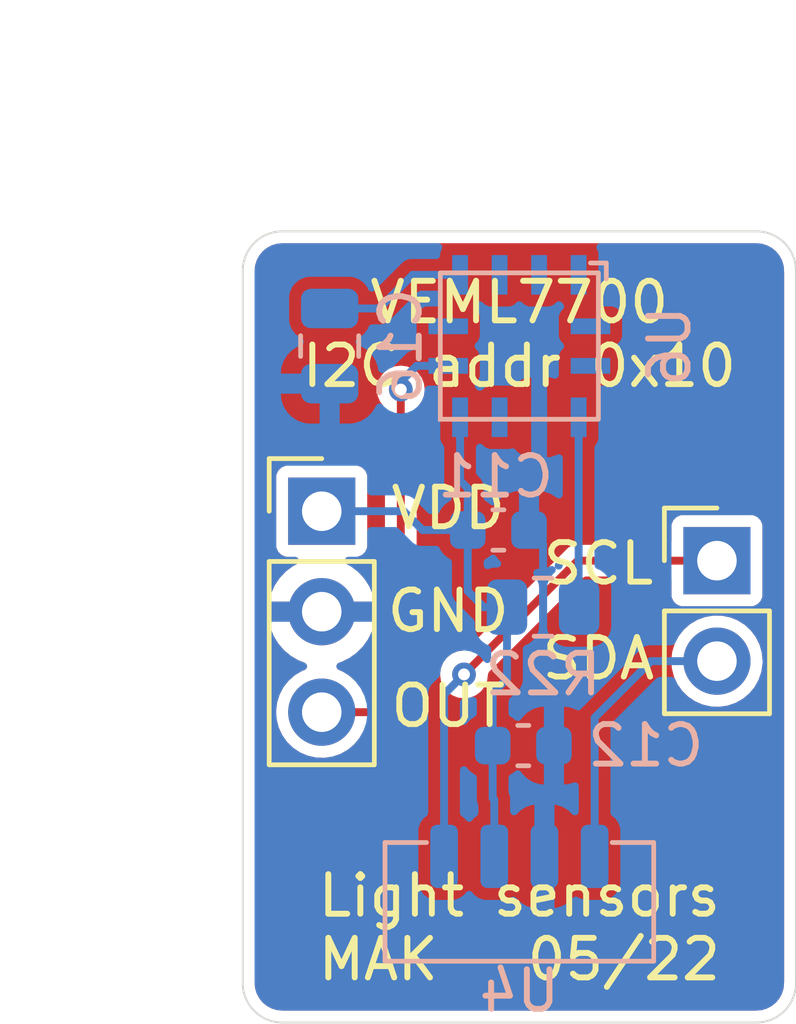
<source format=kicad_pcb>
(kicad_pcb (version 20211014) (generator pcbnew)
  (layers (0 "F.Cu" signal) (31 "B.Cu" signal) (34 "B.Paste" user) (35 "F.Paste" user) (36 "B.SilkS" user "B.Silkscreen") (37 "F.SilkS" user "F.Silkscreen") (38 "B.Mask" user) (39 "F.Mask" user) (44 "Edge.Cuts" user))
  (net 0 "")
  (footprint "kikit:Board" (layer "F.Cu") (at 134.8 82.8)
    (fp_text reference "B1")
    (fp_text value "Board")
  )
  (footprint "Connector_PinHeader_2.54mm:PinHeader_1x03_P2.54mm_Vertical" (layer "F.Cu") (at 133.4 89.875)
    (fp_text reference "J1" hide)
    (fp_text value "PWR_LIGHT")
    (fp_line (start -1.33 6.41) (end 1.33 6.41) (layer "F.SilkS") (width 0.12))
    (fp_line (start -1.33 0) (end -1.33 -1.33) (layer "F.SilkS") (width 0.12))
    (fp_line (start 1.33 1.27) (end 1.33 6.41) (layer "F.SilkS") (width 0.12))
    (fp_line (start -1.33 -1.33) (end 0 -1.33) (layer "F.SilkS") (width 0.12))
    (fp_line (start -1.33 1.27) (end 1.33 1.27) (layer "F.SilkS") (width 0.12))
    (fp_line (start -1.33 1.27) (end -1.33 6.41) (layer "F.SilkS") (width 0.12))
    (pad "1" thru_hole rect (at 0 0) (size 1.7 1.7) (drill 1) (layers *.Cu *.Mask))
    (pad "2" thru_hole oval (at 0 2.54) (size 1.7 1.7) (drill 1) (layers *.Cu *.Mask))
    (pad "3" thru_hole oval (at 0 5.08) (size 1.7 1.7) (drill 1) (layers *.Cu *.Mask))
  )
  (footprint "Connector_PinHeader_2.54mm:PinHeader_1x02_P2.54mm_Vertical" (layer "F.Cu") (at 143.4 91.125)
    (fp_text reference "J2" hide)
    (fp_text value "I2C")
    (fp_line (start 1.33 1.27) (end 1.33 3.87) (layer "F.SilkS") (width 0.12))
    (fp_line (start -1.33 1.27) (end 1.33 1.27) (layer "F.SilkS") (width 0.12))
    (fp_line (start -1.33 3.87) (end 1.33 3.87) (layer "F.SilkS") (width 0.12))
    (fp_line (start -1.33 0) (end -1.33 -1.33) (layer "F.SilkS") (width 0.12))
    (fp_line (start -1.33 -1.33) (end 0 -1.33) (layer "F.SilkS") (width 0.12))
    (fp_line (start -1.33 1.27) (end -1.33 3.87) (layer "F.SilkS") (width 0.12))
    (pad "1" thru_hole rect (at 0 0) (size 1.7 1.7) (drill 1) (layers *.Cu *.Mask))
    (pad "2" thru_hole oval (at 0 2.54) (size 1.7 1.7) (drill 1) (layers *.Cu *.Mask))
  )
  (footprint "Capacitor_SMD:C_0603_1608Metric" (layer "B.Cu") (at 138.5 95.8)
    (fp_text reference "C12" (at 3.1 0) (layer "B.SilkS") (effects (justify mirror)))
    (fp_text value "100n")
    (fp_line (start -0.14058 0.51) (end 0.14058 0.51) (layer "B.SilkS") (width 0.12))
    (fp_line (start -0.14058 -0.51) (end 0.14058 -0.51) (layer "B.SilkS") (width 0.12))
    (pad "1" smd roundrect (at -0.775 0) (size 0.9 0.95) (layers "B.Cu" "B.Paste" "B.Mask"))
    (pad "2" smd roundrect (at 0.775 0) (size 0.9 0.95) (layers "B.Cu" "B.Paste" "B.Mask"))
  )
  (footprint "mainBoard:ML8511" (layer "B.Cu") (at 138.4 85.7)
    (fp_text reference "U6" (at 3.8 0 90 unlocked) (layer "B.SilkS") (effects (justify mirror)))
    (fp_text value "ML8511")
    (fp_line (start 2.2 -2.1) (end 2.2 -1.7) (layer "B.SilkS") (width 0.12))
    (fp_line (start 1.8 -2.1) (end 2.2 -2.1) (layer "B.SilkS") (width 0.12))
    (fp_rect (start -2 1.85) (end 2 -1.85) (layer "B.SilkS") (width 0.12) (fill none))
    (pad "1" smd rect (at 1.5 -1.5) (size 0.4 1) (drill (offset 0 -0.3)) (layers "B.Cu" "B.Paste" "B.Mask"))
    (pad "2" smd rect (at 1.5 -0.5) (size 1 0.4) (drill (offset 0.3 0)) (layers "B.Cu" "B.Paste" "B.Mask"))
    (pad "3" smd rect (at 1.5 0.5) (size 1 0.4) (drill (offset 0.3 0)) (layers "B.Cu" "B.Paste" "B.Mask"))
    (pad "4" smd rect (at 1.5 1.5) (size 0.4 1) (drill (offset 0 0.3)) (layers "B.Cu" "B.Paste" "B.Mask"))
    (pad "5" smd rect (at 0.5 1.5) (size 0.4 1) (drill (offset 0 0.3)) (layers "B.Cu" "B.Paste" "B.Mask"))
    (pad "6" smd rect (at -0.5 1.5) (size 0.4 1) (drill (offset 0 0.3)) (layers "B.Cu" "B.Paste" "B.Mask"))
    (pad "7" smd rect (at -1.5 1.5) (size 0.4 1) (drill (offset 0 0.3)) (layers "B.Cu" "B.Paste" "B.Mask"))
    (pad "8" smd rect (at -1.5 0.5) (size 1 0.4) (drill (offset -0.3 0)) (layers "B.Cu" "B.Paste" "B.Mask"))
    (pad "9" smd rect (at -1.5 -0.5) (size 1 0.4) (drill (offset -0.3 0)) (layers "B.Cu" "B.Paste" "B.Mask"))
    (pad "10" smd rect (at -1.5 -1.5) (size 0.4 1) (drill (offset 0 -0.3)) (layers "B.Cu" "B.Paste" "B.Mask"))
    (pad "11" smd rect (at -0.5 -1.5) (size 0.4 1) (drill (offset 0 -0.3)) (layers "B.Cu" "B.Paste" "B.Mask"))
    (pad "12" smd rect (at 0.5 -1.5) (size 0.4 1) (drill (offset 0 -0.3)) (layers "B.Cu" "B.Paste" "B.Mask"))
  )
  (footprint "mainBoard:VEML7700" (layer "B.Cu") (at 138.4 100.2)
    (fp_text reference "U4" (at 0 1.8 unlocked) (layer "B.SilkS") (effects (justify mirror)))
    (fp_text value "VEML7700")
    (fp_line (start 3.4 1.05) (end 3.4 -1.95) (layer "B.SilkS") (width 0.12))
    (fp_line (start -2.35 -1.95) (end -3.4 -1.95) (layer "B.SilkS") (width 0.12))
    (fp_line (start -3.4 -1.95) (end -3.4 1.05) (layer "B.SilkS") (width 0.12))
    (fp_line (start 3.4 -1.95) (end 2.35 -1.95) (layer "B.SilkS") (width 0.12))
    (fp_line (start -3.4 1.05) (end 3.4 1.05) (layer "B.SilkS") (width 0.12))
    (pad "1" smd roundrect (at -1.905 -1.6) (size 0.7 1.6) (layers "B.Cu" "B.Paste" "B.Mask"))
    (pad "2" smd roundrect (at -0.635 -1.6) (size 0.7 1.6) (layers "B.Cu" "B.Paste" "B.Mask"))
    (pad "3" smd roundrect (at 0.635 -1.6) (size 0.7 1.6) (layers "B.Cu" "B.Paste" "B.Mask"))
    (pad "4" smd roundrect (at 1.905 -1.6) (size 0.7 1.6) (layers "B.Cu" "B.Paste" "B.Mask"))
  )
  (footprint "Resistor_SMD:R_0805_2012Metric" (layer "B.Cu") (at 139 92.3)
    (fp_text reference "R22" (at 0 1.7) (layer "B.SilkS") (effects (justify mirror)))
    (fp_text value "100k")
    (fp_line (start -0.227064 0.735) (end 0.227064 0.735) (layer "B.SilkS") (width 0.12))
    (fp_line (start -0.227064 -0.735) (end 0.227064 -0.735) (layer "B.SilkS") (width 0.12))
    (pad "1" smd roundrect (at -0.9125 0) (size 1.025 1.4) (layers "B.Cu" "B.Paste" "B.Mask") (roundrect_rratio 0.243902))
    (pad "2" smd roundrect (at 0.9125 0) (size 1.025 1.4) (layers "B.Cu" "B.Paste" "B.Mask") (roundrect_rratio 0.243902))
  )
  (footprint "Capacitor_SMD:C_0805_2012Metric" (layer "B.Cu") (at 133.6 85.7 -90)
    (fp_text reference "C16" (at 0 -1.8 90) (layer "B.SilkS") (effects (justify mirror)))
    (fp_text value "1n")
    (fp_line (start -0.261252 0.735) (end 0.261252 0.735) (layer "B.SilkS") (width 0.12))
    (fp_line (start -0.261252 -0.735) (end 0.261252 -0.735) (layer "B.SilkS") (width 0.12))
    (pad "1" smd roundrect (at -0.95 0 270) (size 1 1.45) (layers "B.Cu" "B.Paste" "B.Mask"))
    (pad "2" smd roundrect (at 0.95 0 270) (size 1 1.45) (layers "B.Cu" "B.Paste" "B.Mask"))
  )
  (footprint "Capacitor_SMD:C_0603_1608Metric" (layer "B.Cu") (at 137.869404 90.35)
    (fp_text reference "C11" (at -0.069404 -1.35) (layer "B.SilkS") (effects (justify mirror)))
    (fp_text value "100n")
    (fp_line (start -0.14058 0.51) (end 0.14058 0.51) (layer "B.SilkS") (width 0.12))
    (fp_line (start -0.14058 -0.51) (end 0.14058 -0.51) (layer "B.SilkS") (width 0.12))
    (pad "1" smd roundrect (at -0.775 0) (size 0.9 0.95) (layers "B.Cu" "B.Paste" "B.Mask"))
    (pad "2" smd roundrect (at 0.775 0) (size 0.9 0.95) (layers "B.Cu" "B.Paste" "B.Mask"))
  )
  (gr_line (start 145.4 101.8) (end 145.4 83.8) (layer "Edge.Cuts") (width 0.05))
  (gr_arc (start 144.4 82.8) (mid 145.107107 83.092893) (end 145.4 83.8) (layer "Edge.Cuts") (width 0.05))
  (gr_line (start 144.4 82.8) (end 132.4 82.8) (layer "Edge.Cuts") (width 0.05))
  (gr_line (start 132.4 102.8) (end 144.4 102.8) (layer "Edge.Cuts") (width 0.05))
  (gr_arc (start 131.4 83.8) (mid 131.692893 83.092893) (end 132.4 82.8) (layer "Edge.Cuts") (width 0.05))
  (gr_line (start 131.4 83.8) (end 131.4 101.8) (layer "Edge.Cuts") (width 0.05))
  (gr_arc (start 145.4 101.8) (mid 145.107107 102.507107) (end 144.4 102.8) (layer "Edge.Cuts") (width 0.05))
  (gr_arc (start 132.4 102.8) (mid 131.692893 102.507107) (end 131.4 101.8) (layer "Edge.Cuts") (width 0.05))
  (gr_text "OUT" (at 136.6 94.8) (layer "F.SilkS") (effects (font (size 1 1))))
  (gr_text "SCL" (at 140.4 91.2) (layer "F.SilkS") (effects (font (size 1 1))))
  (gr_text "GND" (at 136.6 92.4) (layer "F.SilkS") (effects (font (size 1 1))))
  (gr_text "VEML7700\nI2C addr 0x10" (at 138.4 85.4) (layer "F.SilkS") (effects (font (size 1 1))))
  (gr_text "Light sensors\nMAK   05/22" (at 138.4 100.4) (layer "F.SilkS") (effects (font (size 1 1))))
  (gr_text "SDA" (at 140.4 93.6) (layer "F.SilkS") (effects (font (size 1 1))))
  (gr_text "VDD" (at 136.6 89.8) (layer "F.SilkS") (effects (font (size 1 1))))
  (segment (start 135 94.8) (end 135.4 94.4) (width 0.2) (layer "F.Cu") (net 0))
  (segment (start 133.4 94.955) (end 134.845 94.955) (width 0.2) (layer "F.Cu") (net 0))
  (segment (start 135.4 94.4) (end 135.4 86.8) (width 0.2) (layer "F.Cu") (net 0))
  (segment (start 137 94) (end 139.875 91.125) (width 0.2) (layer "F.Cu") (net 0))
  (segment (start 134.845 94.955) (end 135 94.8) (width 0.2) (layer "F.Cu") (net 0))
  (segment (start 139.875 91.125) (end 143.4 91.125) (width 0.2) (layer "F.Cu") (net 0))
  (via (at 135.4 86.8) (size 0.6) (drill 0.3) (layers "F.Cu" "B.Cu") (net 0))
  (via (at 137 94) (size 0.6) (drill 0.3) (layers "F.Cu" "B.Cu") (net 0))
  (segment (start 138.644404 89.155596) (end 138.644404 90.35) (width 0.2) (layer "B.Cu") (net 0))
  (segment (start 137.725 95.8) (end 137.725 97.125) (width 0.2) (layer "B.Cu") (net 0))
  (segment (start 135.475 89.875) (end 135.95 90.35) (width 0.2) (layer "B.Cu") (net 0))
  (segment (start 136.9 86.2) (end 135.8 86.2) (width 0.2) (layer "B.Cu") (net 0))
  (segment (start 135.4 86.6) (end 135.8 86.2) (width 0.2) (layer "B.Cu") (net 0))
  (segment (start 134.85 84.75) (end 133.6 84.75) (width 0.2) (layer "B.Cu") (net 0))
  (segment (start 139.275 96.925) (end 139.275 95.8) (width 0.2) (layer "B.Cu") (net 0))
  (segment (start 137.765 97.165) (end 137.725 97.125) (width 0.2) (layer "B.Cu") (net 0))
  (segment (start 138.0875 92.3) (end 138.0875 94.1125) (width 0.2) (layer "B.Cu") (net 0))
  (segment (start 138.644404 90.35) (end 139 90.705596) (width 0.2) (layer "B.Cu") (net 0))
  (segment (start 135.95 90.35) (end 137.094404 90.35) (width 0.2) (layer "B.Cu") (net 0))
  (segment (start 138.0875 94.1125) (end 137.725 94.475) (width 0.2) (layer "B.Cu") (net 0))
  (segment (start 136.9 84.2) (end 136.9 83.9) (width 0.2) (layer "B.Cu") (net 0))
  (segment (start 139.9 87.2) (end 139.9 92.2875) (width 0.2) (layer "B.Cu") (net 0))
  (segment (start 136.9 87.2) (end 136.9 89.1) (width 0.2) (layer "B.Cu") (net 0))
  (segment (start 140.305 98.6) (end 140.305 95.095) (width 0.2) (layer "B.Cu") (net 0))
  (segment (start 140.305 95.095) (end 141.735 93.665) (width 0.2) (layer "B.Cu") (net 0))
  (segment (start 135.7 83.9) (end 134.85 84.75) (width 0.2) (layer "B.Cu") (net 0))
  (segment (start 139 94.6) (end 139.275 94.875) (width 0.2) (layer "B.Cu") (net 0))
  (segment (start 137.725 94.475) (end 137.725 95.8) (width 0.2) (layer "B.Cu") (net 0))
  (segment (start 139.035 97.165) (end 139.275 96.925) (width 0.2) (layer "B.Cu") (net 0))
  (segment (start 135.4 86.8) (end 135.4 86.6) (width 0.2) (layer "B.Cu") (net 0))
  (segment (start 137.5 92.3) (end 138.0875 92.3) (width 0.2) (layer "B.Cu") (net 0))
  (segment (start 137.094404 91.894404) (end 137.5 92.3) (width 0.2) (layer "B.Cu") (net 0))
  (segment (start 137.094404 90.35) (end 137.094404 91.894404) (width 0.2) (layer "B.Cu") (net 0))
  (segment (start 133.4 89.875) (end 135.475 89.875) (width 0.2) (layer "B.Cu") (net 0))
  (segment (start 136.9 89.1) (end 137.094404 89.294404) (width 0.2) (layer "B.Cu") (net 0))
  (segment (start 136.495 94.505) (end 137 94) (width 0.2) (layer "B.Cu") (net 0))
  (segment (start 141.735 93.665) (end 143.4 93.665) (width 0.2) (layer "B.Cu") (net 0))
  (segment (start 137.765 98.6) (end 137.765 97.165) (width 0.2) (layer "B.Cu") (net 0))
  (segment (start 138.9 88.9) (end 138.644404 89.155596) (width 0.2) (layer "B.Cu") (net 0))
  (segment (start 136.9 83.9) (end 135.7 83.9) (width 0.2) (layer "B.Cu") (net 0))
  (segment (start 136.495 98.6) (end 136.495 94.505) (width 0.2) (layer "B.Cu") (net 0))
  (segment (start 139.275 94.875) (end 139.275 95.8) (width 0.2) (layer "B.Cu") (net 0))
  (segment (start 139.9 92.2875) (end 139.9125 92.3) (width 0.2) (layer "B.Cu") (net 0))
  (segment (start 137.094404 89.294404) (end 137.094404 90.35) (width 0.2) (layer "B.Cu") (net 0))
  (segment (start 138.9 87.2) (end 138.9 88.9) (width 0.2) (layer "B.Cu") (net 0))
  (segment (start 139.035 98.6) (end 139.035 97.165) (width 0.2) (layer "B.Cu") (net 0))
  (segment (start 139 90.705596) (end 139 94.6) (width 0.2) (layer "B.Cu") (net 0))
  (zone (net 0) (net_name "") (layers F&B.Cu) (connect_pads (clearance 0.3)) (min_thickness 0.2) (fill yes (thermal_gap 0.508) (thermal_bridge_width 0.508) (island_removal_mode 1) (island_area_min 0))
    (polygon (pts (xy 145.4 102.8) (xy 131.4 102.8) (xy 131.4 82.8) (xy 145.4 82.8)))
  )
)
</source>
